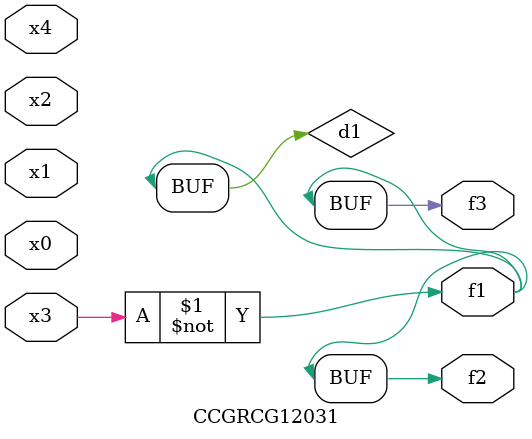
<source format=v>
module CCGRCG12031(
	input x0, x1, x2, x3, x4,
	output f1, f2, f3
);

	wire d1, d2;

	xnor (d1, x3);
	not (d2, x1);
	assign f1 = d1;
	assign f2 = d1;
	assign f3 = d1;
endmodule

</source>
